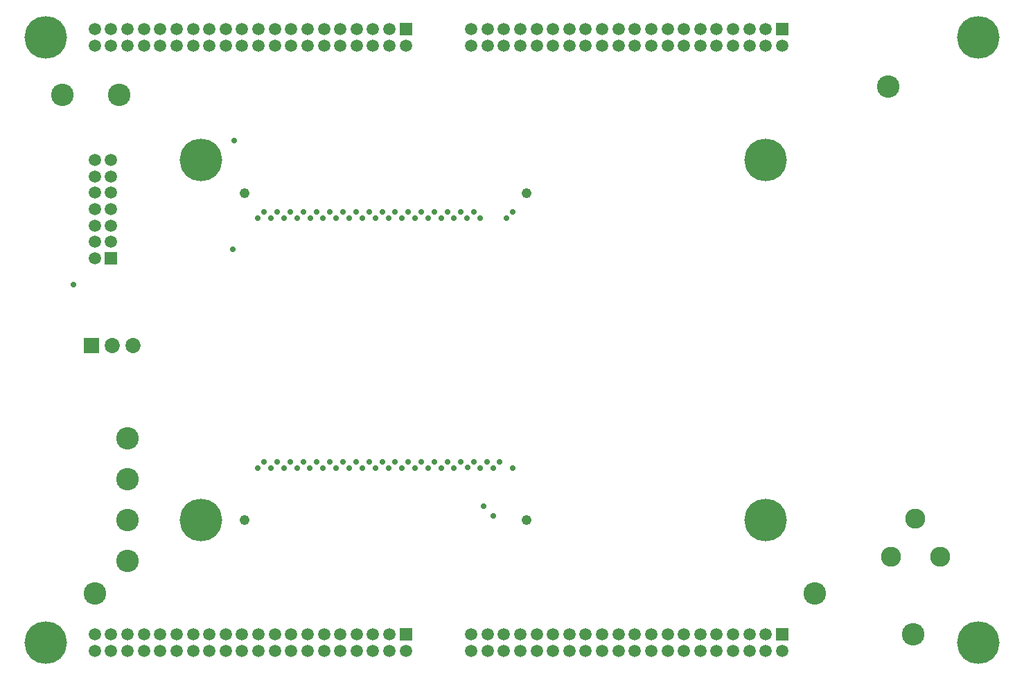
<source format=gbs>
G04 Layer_Color=16711935*
%FSLAX25Y25*%
%MOIN*%
G70*
G01*
G75*
%ADD40C,0.10800*%
%ADD41C,0.07300*%
%ADD42R,0.07300X0.07300*%
%ADD43C,0.05918*%
%ADD44R,0.05918X0.05918*%
%ADD45R,0.05918X0.05918*%
%ADD46C,0.04816*%
%ADD47C,0.20485*%
%ADD48C,0.09658*%
%ADD49C,0.02800*%
D40*
X405512Y267717D02*
D03*
X417323Y3937D02*
D03*
X370079Y23622D02*
D03*
X23622D02*
D03*
X39370Y59055D02*
D03*
Y78740D02*
D03*
Y98425D02*
D03*
Y39370D02*
D03*
X35433Y263779D02*
D03*
X7874D02*
D03*
D41*
X42133Y142958D02*
D03*
X32133D02*
D03*
D42*
X22133D02*
D03*
D43*
X31496Y208661D02*
D03*
X23622D02*
D03*
X31496Y216535D02*
D03*
X23622D02*
D03*
Y200787D02*
D03*
X31496D02*
D03*
X23622Y192913D02*
D03*
X31496D02*
D03*
X23622Y185039D02*
D03*
Y232283D02*
D03*
X31496D02*
D03*
X23622Y224410D02*
D03*
X31496D02*
D03*
X314961Y3937D02*
D03*
Y-3937D02*
D03*
X307087Y3937D02*
D03*
Y-3937D02*
D03*
X354331D02*
D03*
X346457Y3937D02*
D03*
Y-3937D02*
D03*
X338583Y3937D02*
D03*
Y-3937D02*
D03*
X322835D02*
D03*
Y3937D02*
D03*
X330709Y-3937D02*
D03*
Y3937D02*
D03*
X299213D02*
D03*
Y-3937D02*
D03*
X291339Y3937D02*
D03*
Y-3937D02*
D03*
X283465Y3937D02*
D03*
Y-3937D02*
D03*
X275591Y3937D02*
D03*
Y-3937D02*
D03*
X267717Y3937D02*
D03*
Y-3937D02*
D03*
X259842Y3937D02*
D03*
Y-3937D02*
D03*
X251969Y3937D02*
D03*
Y-3937D02*
D03*
X244094Y3937D02*
D03*
Y-3937D02*
D03*
X236221Y3937D02*
D03*
Y-3937D02*
D03*
X228346Y3937D02*
D03*
Y-3937D02*
D03*
X220473Y3937D02*
D03*
Y-3937D02*
D03*
X212598Y3937D02*
D03*
Y-3937D02*
D03*
X204724Y3937D02*
D03*
Y-3937D02*
D03*
X23622D02*
D03*
Y3937D02*
D03*
X31496Y-3937D02*
D03*
Y3937D02*
D03*
X39370Y-3937D02*
D03*
Y3937D02*
D03*
X47244Y-3937D02*
D03*
Y3937D02*
D03*
X55118Y-3937D02*
D03*
Y3937D02*
D03*
X62992Y-3937D02*
D03*
Y3937D02*
D03*
X70866Y-3937D02*
D03*
Y3937D02*
D03*
X78740Y-3937D02*
D03*
Y3937D02*
D03*
X86614Y-3937D02*
D03*
Y3937D02*
D03*
X94488Y-3937D02*
D03*
Y3937D02*
D03*
X102362Y-3937D02*
D03*
Y3937D02*
D03*
X110236Y-3937D02*
D03*
Y3937D02*
D03*
X118110Y-3937D02*
D03*
Y3937D02*
D03*
X149606D02*
D03*
Y-3937D02*
D03*
X141732Y3937D02*
D03*
Y-3937D02*
D03*
X157480D02*
D03*
Y3937D02*
D03*
X165354Y-3937D02*
D03*
Y3937D02*
D03*
X173228Y-3937D02*
D03*
X125984D02*
D03*
Y3937D02*
D03*
X133858Y-3937D02*
D03*
Y3937D02*
D03*
X314961Y295276D02*
D03*
Y287402D02*
D03*
X307087Y295276D02*
D03*
Y287402D02*
D03*
X354331D02*
D03*
X346457Y295276D02*
D03*
Y287402D02*
D03*
X338583Y295276D02*
D03*
Y287402D02*
D03*
X322835D02*
D03*
Y295276D02*
D03*
X330709Y287402D02*
D03*
Y295276D02*
D03*
X299213D02*
D03*
Y287402D02*
D03*
X291339Y295276D02*
D03*
Y287402D02*
D03*
X283465Y295276D02*
D03*
Y287402D02*
D03*
X275591Y295276D02*
D03*
Y287402D02*
D03*
X267717Y295276D02*
D03*
Y287402D02*
D03*
X259842Y295276D02*
D03*
Y287402D02*
D03*
X251969Y295276D02*
D03*
Y287402D02*
D03*
X244094Y295276D02*
D03*
Y287402D02*
D03*
X236221Y295276D02*
D03*
Y287402D02*
D03*
X228346Y295276D02*
D03*
Y287402D02*
D03*
X220473Y295276D02*
D03*
Y287402D02*
D03*
X212598Y295276D02*
D03*
Y287402D02*
D03*
X204724Y295276D02*
D03*
Y287402D02*
D03*
X23622D02*
D03*
Y295276D02*
D03*
X31496Y287402D02*
D03*
Y295276D02*
D03*
X39370Y287402D02*
D03*
Y295276D02*
D03*
X47244Y287402D02*
D03*
Y295276D02*
D03*
X55118Y287402D02*
D03*
Y295276D02*
D03*
X62992Y287402D02*
D03*
Y295276D02*
D03*
X70866Y287402D02*
D03*
Y295276D02*
D03*
X78740Y287402D02*
D03*
Y295276D02*
D03*
X86614Y287402D02*
D03*
Y295276D02*
D03*
X94488Y287402D02*
D03*
Y295276D02*
D03*
X102362Y287402D02*
D03*
Y295276D02*
D03*
X110236Y287402D02*
D03*
Y295276D02*
D03*
X118110Y287402D02*
D03*
Y295276D02*
D03*
X149606D02*
D03*
Y287402D02*
D03*
X141732Y295276D02*
D03*
Y287402D02*
D03*
X157480D02*
D03*
Y295276D02*
D03*
X165354Y287402D02*
D03*
Y295276D02*
D03*
X173228Y287402D02*
D03*
X125984D02*
D03*
Y295276D02*
D03*
X133858Y287402D02*
D03*
Y295276D02*
D03*
D44*
X31496Y185039D02*
D03*
D45*
X354331Y3937D02*
D03*
X173228D02*
D03*
X354331Y295276D02*
D03*
X173228D02*
D03*
D46*
X231240Y58917D02*
D03*
X95531D02*
D03*
Y216398D02*
D03*
X231240D02*
D03*
D47*
X0Y0D02*
D03*
X448819D02*
D03*
X0Y291339D02*
D03*
X448819D02*
D03*
X74803Y232283D02*
D03*
X346457D02*
D03*
Y59055D02*
D03*
X74803D02*
D03*
D48*
X406646Y41150D02*
D03*
X430268D02*
D03*
X418457Y59654D02*
D03*
D49*
X210600Y65500D02*
D03*
X215400Y60800D02*
D03*
X90700Y241500D02*
D03*
X146100Y84100D02*
D03*
X152400D02*
D03*
X149300Y86900D02*
D03*
X202900Y84200D02*
D03*
X13500Y172300D02*
D03*
X90100Y189300D02*
D03*
X224800Y207300D02*
D03*
X221600Y204400D02*
D03*
X105100Y207300D02*
D03*
X205900D02*
D03*
X199600D02*
D03*
X193300D02*
D03*
X187000D02*
D03*
X180700D02*
D03*
X174400D02*
D03*
X168100D02*
D03*
X161900D02*
D03*
X155600D02*
D03*
X149300D02*
D03*
X142900D02*
D03*
X136600D02*
D03*
X130400D02*
D03*
X124000D02*
D03*
X117800D02*
D03*
X111400D02*
D03*
X102000Y204400D02*
D03*
X209100D02*
D03*
X202800D02*
D03*
X196500D02*
D03*
X190200D02*
D03*
X183900D02*
D03*
X177600D02*
D03*
X171300D02*
D03*
X164900D02*
D03*
X158700D02*
D03*
X152400D02*
D03*
X146100D02*
D03*
X139800D02*
D03*
X133500D02*
D03*
X127200D02*
D03*
X120900D02*
D03*
X114600D02*
D03*
X108311D02*
D03*
X105100Y86900D02*
D03*
X130300D02*
D03*
X136600D02*
D03*
X142900D02*
D03*
X155600D02*
D03*
X161900D02*
D03*
X168100D02*
D03*
X174400D02*
D03*
X180700D02*
D03*
X187000D02*
D03*
X193300D02*
D03*
X199600D02*
D03*
X205900D02*
D03*
X212200D02*
D03*
X218500D02*
D03*
X224800Y84100D02*
D03*
X124079Y86900D02*
D03*
X117779D02*
D03*
X111479D02*
D03*
X102000Y84100D02*
D03*
X215400D02*
D03*
X133500D02*
D03*
X139800D02*
D03*
X158700D02*
D03*
X164900D02*
D03*
X171300D02*
D03*
X177600D02*
D03*
X183900D02*
D03*
X190200D02*
D03*
X196500D02*
D03*
X209100D02*
D03*
X127079D02*
D03*
X120879D02*
D03*
X114579D02*
D03*
X108279D02*
D03*
M02*

</source>
